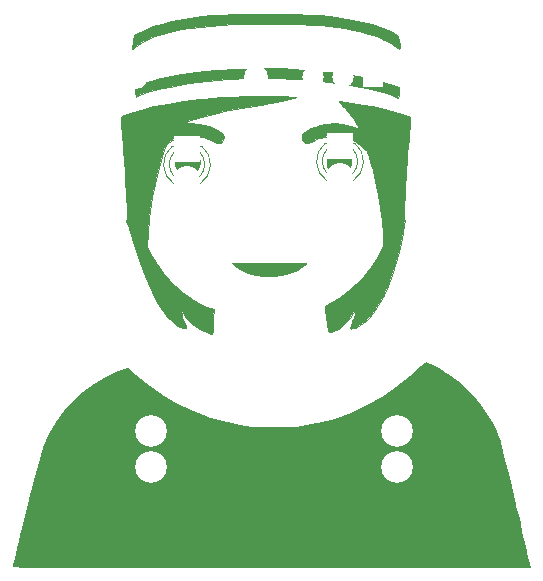
<source format=gbr>
G04 #@! TF.FileFunction,Legend,Top*
%FSLAX46Y46*%
G04 Gerber Fmt 4.6, Leading zero omitted, Abs format (unit mm)*
G04 Created by KiCad (PCBNEW 4.0.7) date 09/18/18 22:56:12*
%MOMM*%
%LPD*%
G01*
G04 APERTURE LIST*
%ADD10C,0.100000*%
%ADD11C,0.120000*%
%ADD12C,0.010000*%
%ADD13C,2.686000*%
%ADD14R,2.200000X2.200000*%
%ADD15C,2.200000*%
%ADD16C,2.000000*%
%ADD17O,2.000000X2.000000*%
%ADD18R,1.797000X1.797000*%
%ADD19C,1.797000*%
G04 APERTURE END LIST*
D10*
D11*
X62292608Y-106066335D02*
G75*
G03X62449516Y-102834000I-1078608J1672335D01*
G01*
X60135392Y-106066335D02*
G75*
G02X59978484Y-102834000I1078608J1672335D01*
G01*
X62293837Y-105435130D02*
G75*
G03X62294000Y-103353039I-1079837J1041130D01*
G01*
X60134163Y-105435130D02*
G75*
G02X60134000Y-103353039I1079837J1041130D01*
G01*
X62450000Y-102834000D02*
X62294000Y-102834000D01*
X60134000Y-102834000D02*
X59978000Y-102834000D01*
X75246608Y-105812335D02*
G75*
G03X75403516Y-102580000I-1078608J1672335D01*
G01*
X73089392Y-105812335D02*
G75*
G02X72932484Y-102580000I1078608J1672335D01*
G01*
X75247837Y-105181130D02*
G75*
G03X75248000Y-103099039I-1079837J1041130D01*
G01*
X73088163Y-105181130D02*
G75*
G02X73088000Y-103099039I1079837J1041130D01*
G01*
X75404000Y-102580000D02*
X75248000Y-102580000D01*
X73088000Y-102580000D02*
X72932000Y-102580000D01*
D12*
G36*
X81536096Y-121189510D02*
X81738212Y-121276082D01*
X82003611Y-121405777D01*
X82309992Y-121566656D01*
X82635051Y-121746779D01*
X82956487Y-121934207D01*
X83251997Y-122117002D01*
X83426322Y-122232268D01*
X84354511Y-122942729D01*
X85200603Y-123743253D01*
X85957117Y-124623964D01*
X86616572Y-125574983D01*
X87171488Y-126586432D01*
X87614386Y-127648433D01*
X87685963Y-127857250D01*
X87730617Y-128010086D01*
X87801370Y-128275757D01*
X87895558Y-128643395D01*
X88010518Y-129102134D01*
X88143584Y-129641110D01*
X88292092Y-130249455D01*
X88453378Y-130916303D01*
X88624778Y-131630788D01*
X88803627Y-132382045D01*
X88987260Y-133159208D01*
X89017206Y-133286500D01*
X89197822Y-134054579D01*
X89370748Y-134789656D01*
X89533677Y-135481940D01*
X89684303Y-136121643D01*
X89820317Y-136698976D01*
X89939414Y-137204152D01*
X90039286Y-137627381D01*
X90117625Y-137958875D01*
X90172126Y-138188844D01*
X90200481Y-138307502D01*
X90203276Y-138318875D01*
X90247267Y-138493500D01*
X68364633Y-138493500D01*
X66372229Y-138493460D01*
X64502966Y-138493330D01*
X62752987Y-138493093D01*
X61118434Y-138492730D01*
X59595448Y-138492226D01*
X58180171Y-138491563D01*
X56868746Y-138490723D01*
X55657314Y-138489689D01*
X54542017Y-138488445D01*
X53518997Y-138486973D01*
X52584396Y-138485256D01*
X51734355Y-138483277D01*
X50965017Y-138481018D01*
X50272523Y-138478462D01*
X49653016Y-138475592D01*
X49102637Y-138472392D01*
X48617528Y-138468843D01*
X48193832Y-138464929D01*
X47827689Y-138460632D01*
X47515241Y-138455935D01*
X47252632Y-138450821D01*
X47036002Y-138445273D01*
X46861493Y-138439273D01*
X46725248Y-138432805D01*
X46623408Y-138425852D01*
X46552115Y-138418395D01*
X46507510Y-138410418D01*
X46485737Y-138401904D01*
X46482000Y-138396003D01*
X46497655Y-138299826D01*
X46542658Y-138092347D01*
X46614062Y-137785088D01*
X46708921Y-137389572D01*
X46824291Y-136917323D01*
X46957224Y-136379863D01*
X47104775Y-135788716D01*
X47263998Y-135155404D01*
X47431948Y-134491450D01*
X47605678Y-133808378D01*
X47782243Y-133117711D01*
X47958696Y-132430972D01*
X48132093Y-131759682D01*
X48299487Y-131115367D01*
X48457932Y-130509548D01*
X48604482Y-129953749D01*
X48736192Y-129459493D01*
X48850116Y-129038303D01*
X48943308Y-128701701D01*
X49012822Y-128461211D01*
X49055712Y-128328356D01*
X49055891Y-128327888D01*
X49531646Y-127254156D01*
X50112099Y-126243958D01*
X50789890Y-125304555D01*
X51557654Y-124443203D01*
X52408032Y-123667163D01*
X53333659Y-122983693D01*
X54327175Y-122400052D01*
X55381217Y-121923497D01*
X55655203Y-121821269D01*
X56224157Y-121617808D01*
X56766453Y-122113435D01*
X57912250Y-123076179D01*
X59123245Y-123930179D01*
X60397461Y-124674470D01*
X61732924Y-125308087D01*
X63127658Y-125830068D01*
X64579687Y-126239447D01*
X65694851Y-126470199D01*
X66001949Y-126523103D01*
X66266987Y-126564418D01*
X66512543Y-126595581D01*
X66761194Y-126618028D01*
X67035517Y-126633194D01*
X67358090Y-126642517D01*
X67751490Y-126647431D01*
X68238295Y-126649373D01*
X68516500Y-126649675D01*
X69144802Y-126647750D01*
X69672115Y-126639531D01*
X70124393Y-126622569D01*
X70527588Y-126594420D01*
X70907653Y-126552637D01*
X71290540Y-126494773D01*
X71702204Y-126418383D01*
X72168596Y-126321021D01*
X72294750Y-126293563D01*
X73717408Y-125917576D01*
X75098885Y-125422679D01*
X76433756Y-124811822D01*
X77716601Y-124087956D01*
X78941999Y-123254032D01*
X80104526Y-122313001D01*
X80809317Y-121659536D01*
X81023290Y-121458536D01*
X81211913Y-121295923D01*
X81352989Y-121189941D01*
X81419566Y-121158000D01*
X81536096Y-121189510D01*
X81536096Y-121189510D01*
G37*
X81536096Y-121189510D02*
X81738212Y-121276082D01*
X82003611Y-121405777D01*
X82309992Y-121566656D01*
X82635051Y-121746779D01*
X82956487Y-121934207D01*
X83251997Y-122117002D01*
X83426322Y-122232268D01*
X84354511Y-122942729D01*
X85200603Y-123743253D01*
X85957117Y-124623964D01*
X86616572Y-125574983D01*
X87171488Y-126586432D01*
X87614386Y-127648433D01*
X87685963Y-127857250D01*
X87730617Y-128010086D01*
X87801370Y-128275757D01*
X87895558Y-128643395D01*
X88010518Y-129102134D01*
X88143584Y-129641110D01*
X88292092Y-130249455D01*
X88453378Y-130916303D01*
X88624778Y-131630788D01*
X88803627Y-132382045D01*
X88987260Y-133159208D01*
X89017206Y-133286500D01*
X89197822Y-134054579D01*
X89370748Y-134789656D01*
X89533677Y-135481940D01*
X89684303Y-136121643D01*
X89820317Y-136698976D01*
X89939414Y-137204152D01*
X90039286Y-137627381D01*
X90117625Y-137958875D01*
X90172126Y-138188844D01*
X90200481Y-138307502D01*
X90203276Y-138318875D01*
X90247267Y-138493500D01*
X68364633Y-138493500D01*
X66372229Y-138493460D01*
X64502966Y-138493330D01*
X62752987Y-138493093D01*
X61118434Y-138492730D01*
X59595448Y-138492226D01*
X58180171Y-138491563D01*
X56868746Y-138490723D01*
X55657314Y-138489689D01*
X54542017Y-138488445D01*
X53518997Y-138486973D01*
X52584396Y-138485256D01*
X51734355Y-138483277D01*
X50965017Y-138481018D01*
X50272523Y-138478462D01*
X49653016Y-138475592D01*
X49102637Y-138472392D01*
X48617528Y-138468843D01*
X48193832Y-138464929D01*
X47827689Y-138460632D01*
X47515241Y-138455935D01*
X47252632Y-138450821D01*
X47036002Y-138445273D01*
X46861493Y-138439273D01*
X46725248Y-138432805D01*
X46623408Y-138425852D01*
X46552115Y-138418395D01*
X46507510Y-138410418D01*
X46485737Y-138401904D01*
X46482000Y-138396003D01*
X46497655Y-138299826D01*
X46542658Y-138092347D01*
X46614062Y-137785088D01*
X46708921Y-137389572D01*
X46824291Y-136917323D01*
X46957224Y-136379863D01*
X47104775Y-135788716D01*
X47263998Y-135155404D01*
X47431948Y-134491450D01*
X47605678Y-133808378D01*
X47782243Y-133117711D01*
X47958696Y-132430972D01*
X48132093Y-131759682D01*
X48299487Y-131115367D01*
X48457932Y-130509548D01*
X48604482Y-129953749D01*
X48736192Y-129459493D01*
X48850116Y-129038303D01*
X48943308Y-128701701D01*
X49012822Y-128461211D01*
X49055712Y-128328356D01*
X49055891Y-128327888D01*
X49531646Y-127254156D01*
X50112099Y-126243958D01*
X50789890Y-125304555D01*
X51557654Y-124443203D01*
X52408032Y-123667163D01*
X53333659Y-122983693D01*
X54327175Y-122400052D01*
X55381217Y-121923497D01*
X55655203Y-121821269D01*
X56224157Y-121617808D01*
X56766453Y-122113435D01*
X57912250Y-123076179D01*
X59123245Y-123930179D01*
X60397461Y-124674470D01*
X61732924Y-125308087D01*
X63127658Y-125830068D01*
X64579687Y-126239447D01*
X65694851Y-126470199D01*
X66001949Y-126523103D01*
X66266987Y-126564418D01*
X66512543Y-126595581D01*
X66761194Y-126618028D01*
X67035517Y-126633194D01*
X67358090Y-126642517D01*
X67751490Y-126647431D01*
X68238295Y-126649373D01*
X68516500Y-126649675D01*
X69144802Y-126647750D01*
X69672115Y-126639531D01*
X70124393Y-126622569D01*
X70527588Y-126594420D01*
X70907653Y-126552637D01*
X71290540Y-126494773D01*
X71702204Y-126418383D01*
X72168596Y-126321021D01*
X72294750Y-126293563D01*
X73717408Y-125917576D01*
X75098885Y-125422679D01*
X76433756Y-124811822D01*
X77716601Y-124087956D01*
X78941999Y-123254032D01*
X80104526Y-122313001D01*
X80809317Y-121659536D01*
X81023290Y-121458536D01*
X81211913Y-121295923D01*
X81352989Y-121189941D01*
X81419566Y-121158000D01*
X81536096Y-121189510D01*
G36*
X68716426Y-98630440D02*
X69198512Y-98635788D01*
X69622531Y-98644310D01*
X69975189Y-98656056D01*
X70243187Y-98671075D01*
X70413232Y-98689416D01*
X70472026Y-98711128D01*
X70469742Y-98715424D01*
X70379437Y-98756193D01*
X70182755Y-98814144D01*
X69898537Y-98885255D01*
X69545625Y-98965504D01*
X69142859Y-99050868D01*
X68709079Y-99137325D01*
X68263127Y-99220852D01*
X67823844Y-99297426D01*
X67500500Y-99349349D01*
X66340353Y-99535421D01*
X65295306Y-99720253D01*
X64353514Y-99906369D01*
X63503132Y-100096293D01*
X62732315Y-100292548D01*
X62029218Y-100497657D01*
X61863691Y-100550274D01*
X61459785Y-100681468D01*
X61172611Y-100778650D01*
X60998071Y-100846924D01*
X60932071Y-100891392D01*
X60970514Y-100917159D01*
X61109306Y-100929327D01*
X61344350Y-100933000D01*
X61556339Y-100933250D01*
X62122613Y-100956123D01*
X62617992Y-101032349D01*
X63091452Y-101173332D01*
X63591972Y-101390480D01*
X63656512Y-101422364D01*
X63961820Y-101587863D01*
X64163103Y-101733160D01*
X64277680Y-101875543D01*
X64322865Y-102032297D01*
X64325500Y-102090205D01*
X64279019Y-102290287D01*
X64161190Y-102469736D01*
X64004435Y-102589166D01*
X63892676Y-102616000D01*
X63783827Y-102590000D01*
X63593868Y-102520365D01*
X63355589Y-102419639D01*
X63232887Y-102363560D01*
X62569022Y-102101765D01*
X61942035Y-101958350D01*
X61343432Y-101933074D01*
X60764724Y-102025697D01*
X60197419Y-102235977D01*
X60117408Y-102275305D01*
X59826847Y-102429277D01*
X59618078Y-102566805D01*
X59467774Y-102716694D01*
X59352610Y-102907747D01*
X59249262Y-103168767D01*
X59153925Y-103465079D01*
X58645867Y-105307966D01*
X58263835Y-107136663D01*
X58007718Y-108951765D01*
X57905561Y-110176311D01*
X57834951Y-111354872D01*
X58103713Y-111890811D01*
X58639225Y-112828155D01*
X59266647Y-113694486D01*
X59976342Y-114480691D01*
X60758668Y-115177656D01*
X61603985Y-115776269D01*
X62502655Y-116267417D01*
X62931915Y-116454995D01*
X63469501Y-116671864D01*
X63451837Y-117375057D01*
X63435887Y-117837693D01*
X63413895Y-118216331D01*
X63386882Y-118500307D01*
X63355871Y-118678955D01*
X63321885Y-118741611D01*
X63320805Y-118741585D01*
X63241276Y-118721740D01*
X63080238Y-118673962D01*
X62926704Y-118625813D01*
X62390195Y-118403734D01*
X61887508Y-118099577D01*
X61442357Y-117732663D01*
X61078457Y-117322314D01*
X60835302Y-116921950D01*
X60748062Y-116748539D01*
X60682455Y-116637612D01*
X60657119Y-116613714D01*
X60657426Y-116688241D01*
X60692121Y-116852499D01*
X60752675Y-117076688D01*
X60830562Y-117331009D01*
X60917253Y-117585663D01*
X60989553Y-117775363D01*
X61089472Y-118029303D01*
X61136701Y-118186168D01*
X61129460Y-118265232D01*
X61065966Y-118285769D01*
X60944440Y-118267053D01*
X60944125Y-118266986D01*
X60574463Y-118132424D01*
X60180779Y-117878982D01*
X59760236Y-117504728D01*
X59636928Y-117377647D01*
X59192538Y-116841472D01*
X58751680Y-116178652D01*
X58314491Y-115389496D01*
X57881106Y-114474315D01*
X57451663Y-113433418D01*
X57026296Y-112267114D01*
X56605142Y-110975714D01*
X56188336Y-109559526D01*
X56165226Y-109476891D01*
X56087486Y-109184929D01*
X56045157Y-108979509D01*
X56034496Y-108826362D01*
X56051754Y-108691218D01*
X56071011Y-108614921D01*
X56083485Y-108554057D01*
X56092248Y-108468072D01*
X56096886Y-108349827D01*
X56096984Y-108192182D01*
X56092128Y-107987996D01*
X56081902Y-107730128D01*
X56065893Y-107411439D01*
X56043686Y-107024789D01*
X56014866Y-106563037D01*
X55979018Y-106019042D01*
X55935727Y-105385665D01*
X55884581Y-104655765D01*
X55825162Y-103822202D01*
X55757058Y-102877836D01*
X55679852Y-101815527D01*
X55661821Y-101568250D01*
X55632426Y-101114095D01*
X55617274Y-100757028D01*
X55616532Y-100505719D01*
X55630364Y-100368837D01*
X55638692Y-100349550D01*
X55720611Y-100299997D01*
X55896530Y-100223650D01*
X56139226Y-100131575D01*
X56376849Y-100049488D01*
X57356456Y-99757748D01*
X58450004Y-99492179D01*
X59646768Y-99254716D01*
X60936024Y-99047296D01*
X62307045Y-98871854D01*
X63627000Y-98740734D01*
X63958477Y-98717042D01*
X64364848Y-98696034D01*
X64832814Y-98677757D01*
X65349081Y-98662261D01*
X65900353Y-98649595D01*
X66473334Y-98639809D01*
X67054727Y-98632951D01*
X67631238Y-98629070D01*
X68189569Y-98628217D01*
X68716426Y-98630440D01*
X68716426Y-98630440D01*
G37*
X68716426Y-98630440D02*
X69198512Y-98635788D01*
X69622531Y-98644310D01*
X69975189Y-98656056D01*
X70243187Y-98671075D01*
X70413232Y-98689416D01*
X70472026Y-98711128D01*
X70469742Y-98715424D01*
X70379437Y-98756193D01*
X70182755Y-98814144D01*
X69898537Y-98885255D01*
X69545625Y-98965504D01*
X69142859Y-99050868D01*
X68709079Y-99137325D01*
X68263127Y-99220852D01*
X67823844Y-99297426D01*
X67500500Y-99349349D01*
X66340353Y-99535421D01*
X65295306Y-99720253D01*
X64353514Y-99906369D01*
X63503132Y-100096293D01*
X62732315Y-100292548D01*
X62029218Y-100497657D01*
X61863691Y-100550274D01*
X61459785Y-100681468D01*
X61172611Y-100778650D01*
X60998071Y-100846924D01*
X60932071Y-100891392D01*
X60970514Y-100917159D01*
X61109306Y-100929327D01*
X61344350Y-100933000D01*
X61556339Y-100933250D01*
X62122613Y-100956123D01*
X62617992Y-101032349D01*
X63091452Y-101173332D01*
X63591972Y-101390480D01*
X63656512Y-101422364D01*
X63961820Y-101587863D01*
X64163103Y-101733160D01*
X64277680Y-101875543D01*
X64322865Y-102032297D01*
X64325500Y-102090205D01*
X64279019Y-102290287D01*
X64161190Y-102469736D01*
X64004435Y-102589166D01*
X63892676Y-102616000D01*
X63783827Y-102590000D01*
X63593868Y-102520365D01*
X63355589Y-102419639D01*
X63232887Y-102363560D01*
X62569022Y-102101765D01*
X61942035Y-101958350D01*
X61343432Y-101933074D01*
X60764724Y-102025697D01*
X60197419Y-102235977D01*
X60117408Y-102275305D01*
X59826847Y-102429277D01*
X59618078Y-102566805D01*
X59467774Y-102716694D01*
X59352610Y-102907747D01*
X59249262Y-103168767D01*
X59153925Y-103465079D01*
X58645867Y-105307966D01*
X58263835Y-107136663D01*
X58007718Y-108951765D01*
X57905561Y-110176311D01*
X57834951Y-111354872D01*
X58103713Y-111890811D01*
X58639225Y-112828155D01*
X59266647Y-113694486D01*
X59976342Y-114480691D01*
X60758668Y-115177656D01*
X61603985Y-115776269D01*
X62502655Y-116267417D01*
X62931915Y-116454995D01*
X63469501Y-116671864D01*
X63451837Y-117375057D01*
X63435887Y-117837693D01*
X63413895Y-118216331D01*
X63386882Y-118500307D01*
X63355871Y-118678955D01*
X63321885Y-118741611D01*
X63320805Y-118741585D01*
X63241276Y-118721740D01*
X63080238Y-118673962D01*
X62926704Y-118625813D01*
X62390195Y-118403734D01*
X61887508Y-118099577D01*
X61442357Y-117732663D01*
X61078457Y-117322314D01*
X60835302Y-116921950D01*
X60748062Y-116748539D01*
X60682455Y-116637612D01*
X60657119Y-116613714D01*
X60657426Y-116688241D01*
X60692121Y-116852499D01*
X60752675Y-117076688D01*
X60830562Y-117331009D01*
X60917253Y-117585663D01*
X60989553Y-117775363D01*
X61089472Y-118029303D01*
X61136701Y-118186168D01*
X61129460Y-118265232D01*
X61065966Y-118285769D01*
X60944440Y-118267053D01*
X60944125Y-118266986D01*
X60574463Y-118132424D01*
X60180779Y-117878982D01*
X59760236Y-117504728D01*
X59636928Y-117377647D01*
X59192538Y-116841472D01*
X58751680Y-116178652D01*
X58314491Y-115389496D01*
X57881106Y-114474315D01*
X57451663Y-113433418D01*
X57026296Y-112267114D01*
X56605142Y-110975714D01*
X56188336Y-109559526D01*
X56165226Y-109476891D01*
X56087486Y-109184929D01*
X56045157Y-108979509D01*
X56034496Y-108826362D01*
X56051754Y-108691218D01*
X56071011Y-108614921D01*
X56083485Y-108554057D01*
X56092248Y-108468072D01*
X56096886Y-108349827D01*
X56096984Y-108192182D01*
X56092128Y-107987996D01*
X56081902Y-107730128D01*
X56065893Y-107411439D01*
X56043686Y-107024789D01*
X56014866Y-106563037D01*
X55979018Y-106019042D01*
X55935727Y-105385665D01*
X55884581Y-104655765D01*
X55825162Y-103822202D01*
X55757058Y-102877836D01*
X55679852Y-101815527D01*
X55661821Y-101568250D01*
X55632426Y-101114095D01*
X55617274Y-100757028D01*
X55616532Y-100505719D01*
X55630364Y-100368837D01*
X55638692Y-100349550D01*
X55720611Y-100299997D01*
X55896530Y-100223650D01*
X56139226Y-100131575D01*
X56376849Y-100049488D01*
X57356456Y-99757748D01*
X58450004Y-99492179D01*
X59646768Y-99254716D01*
X60936024Y-99047296D01*
X62307045Y-98871854D01*
X63627000Y-98740734D01*
X63958477Y-98717042D01*
X64364848Y-98696034D01*
X64832814Y-98677757D01*
X65349081Y-98662261D01*
X65900353Y-98649595D01*
X66473334Y-98639809D01*
X67054727Y-98632951D01*
X67631238Y-98629070D01*
X68189569Y-98628217D01*
X68716426Y-98630440D01*
G36*
X74113819Y-99034280D02*
X74228640Y-99051252D01*
X74442162Y-99082412D01*
X74727387Y-99123836D01*
X75057315Y-99171596D01*
X75184000Y-99189897D01*
X76102962Y-99330229D01*
X76912653Y-99471077D01*
X77630754Y-99616492D01*
X78274944Y-99770523D01*
X78862904Y-99937220D01*
X79412313Y-100120635D01*
X79674989Y-100218680D01*
X79911414Y-100316100D01*
X80097633Y-100404339D01*
X80205036Y-100469340D01*
X80219755Y-100486316D01*
X80219575Y-100560524D01*
X80210754Y-100749447D01*
X80194061Y-101041151D01*
X80170267Y-101423700D01*
X80140142Y-101885159D01*
X80104457Y-102413593D01*
X80063982Y-102997067D01*
X80019487Y-103623645D01*
X79998267Y-103917750D01*
X79949954Y-104596311D01*
X79903895Y-105266643D01*
X79861107Y-105912301D01*
X79822610Y-106516838D01*
X79789424Y-107063810D01*
X79762565Y-107536772D01*
X79743054Y-107919277D01*
X79731908Y-108194881D01*
X79730772Y-108235750D01*
X79711795Y-108719062D01*
X79676763Y-109144501D01*
X79619282Y-109567409D01*
X79532958Y-110043127D01*
X79506995Y-110172500D01*
X79218234Y-111476291D01*
X78904776Y-112673027D01*
X78567653Y-113760496D01*
X78207898Y-114736486D01*
X77826545Y-115598784D01*
X77424625Y-116345178D01*
X77003172Y-116973456D01*
X76563218Y-117481405D01*
X76105795Y-117866813D01*
X75839243Y-118029967D01*
X75627673Y-118130065D01*
X75407311Y-118214886D01*
X75208263Y-118275452D01*
X75060636Y-118302784D01*
X74994536Y-118287904D01*
X74993500Y-118282189D01*
X75014920Y-118212614D01*
X75072447Y-118052448D01*
X75155982Y-117829394D01*
X75210202Y-117687747D01*
X75312007Y-117407911D01*
X75398509Y-117141340D01*
X75456037Y-116931304D01*
X75468045Y-116871750D01*
X75509187Y-116617750D01*
X75298968Y-116995197D01*
X74989787Y-117443629D01*
X74591064Y-117860492D01*
X74140196Y-118210231D01*
X73837870Y-118384239D01*
X73607224Y-118492745D01*
X73412454Y-118574476D01*
X73287171Y-118615627D01*
X73268712Y-118618000D01*
X73229417Y-118593149D01*
X73191314Y-118508853D01*
X73151077Y-118350497D01*
X73105378Y-118103467D01*
X73050892Y-117753148D01*
X73014672Y-117501959D01*
X72880522Y-116554250D01*
X75501500Y-116554250D01*
X75533250Y-116586000D01*
X75565000Y-116554250D01*
X75533250Y-116522500D01*
X75501500Y-116554250D01*
X72880522Y-116554250D01*
X72856694Y-116385919D01*
X73305972Y-116159875D01*
X74094194Y-115705787D01*
X74854938Y-115148017D01*
X75539905Y-114537714D01*
X76212868Y-113827715D01*
X76784863Y-113089463D01*
X77281758Y-112288258D01*
X77444919Y-111982250D01*
X77803351Y-111283750D01*
X77768635Y-110236000D01*
X77705139Y-109214509D01*
X77579155Y-108131010D01*
X77388406Y-106968138D01*
X77244089Y-106235500D01*
X77150291Y-105803988D01*
X77045621Y-105355051D01*
X76935013Y-104906778D01*
X76823402Y-104477261D01*
X76715723Y-104084589D01*
X76616911Y-103746855D01*
X76531899Y-103482147D01*
X76465624Y-103308558D01*
X76428908Y-103247043D01*
X76350960Y-103181945D01*
X76204329Y-103056574D01*
X76016066Y-102894105D01*
X75946000Y-102833334D01*
X75404937Y-102435308D01*
X74829061Y-102146127D01*
X74233489Y-101971910D01*
X73686032Y-101918438D01*
X73314418Y-101951458D01*
X72881647Y-102044521D01*
X72431261Y-102185787D01*
X72006804Y-102363418D01*
X71954346Y-102389295D01*
X71676462Y-102521747D01*
X71477855Y-102591624D01*
X71329196Y-102602177D01*
X71201154Y-102556659D01*
X71096813Y-102484391D01*
X70967231Y-102307558D01*
X70922880Y-102071483D01*
X70969330Y-101824089D01*
X71049486Y-101740192D01*
X71223563Y-101625779D01*
X71466092Y-101493630D01*
X71751602Y-101356525D01*
X72054624Y-101227243D01*
X72349687Y-101118565D01*
X72421750Y-101095325D01*
X73059504Y-100956660D01*
X73732866Y-100918370D01*
X74407394Y-100978587D01*
X75048643Y-101135444D01*
X75357235Y-101254462D01*
X75547862Y-101332417D01*
X75687633Y-101377717D01*
X75740811Y-101381854D01*
X75729515Y-101311290D01*
X75660178Y-101161247D01*
X75547424Y-100956406D01*
X75405875Y-100721447D01*
X75250156Y-100481049D01*
X75094889Y-100259892D01*
X75011542Y-100151085D01*
X74818990Y-99921429D01*
X74584521Y-99657630D01*
X74356898Y-99414464D01*
X74343744Y-99400927D01*
X74165357Y-99213112D01*
X74070656Y-99098374D01*
X74050868Y-99042728D01*
X74097223Y-99032183D01*
X74113819Y-99034280D01*
X74113819Y-99034280D01*
G37*
X74113819Y-99034280D02*
X74228640Y-99051252D01*
X74442162Y-99082412D01*
X74727387Y-99123836D01*
X75057315Y-99171596D01*
X75184000Y-99189897D01*
X76102962Y-99330229D01*
X76912653Y-99471077D01*
X77630754Y-99616492D01*
X78274944Y-99770523D01*
X78862904Y-99937220D01*
X79412313Y-100120635D01*
X79674989Y-100218680D01*
X79911414Y-100316100D01*
X80097633Y-100404339D01*
X80205036Y-100469340D01*
X80219755Y-100486316D01*
X80219575Y-100560524D01*
X80210754Y-100749447D01*
X80194061Y-101041151D01*
X80170267Y-101423700D01*
X80140142Y-101885159D01*
X80104457Y-102413593D01*
X80063982Y-102997067D01*
X80019487Y-103623645D01*
X79998267Y-103917750D01*
X79949954Y-104596311D01*
X79903895Y-105266643D01*
X79861107Y-105912301D01*
X79822610Y-106516838D01*
X79789424Y-107063810D01*
X79762565Y-107536772D01*
X79743054Y-107919277D01*
X79731908Y-108194881D01*
X79730772Y-108235750D01*
X79711795Y-108719062D01*
X79676763Y-109144501D01*
X79619282Y-109567409D01*
X79532958Y-110043127D01*
X79506995Y-110172500D01*
X79218234Y-111476291D01*
X78904776Y-112673027D01*
X78567653Y-113760496D01*
X78207898Y-114736486D01*
X77826545Y-115598784D01*
X77424625Y-116345178D01*
X77003172Y-116973456D01*
X76563218Y-117481405D01*
X76105795Y-117866813D01*
X75839243Y-118029967D01*
X75627673Y-118130065D01*
X75407311Y-118214886D01*
X75208263Y-118275452D01*
X75060636Y-118302784D01*
X74994536Y-118287904D01*
X74993500Y-118282189D01*
X75014920Y-118212614D01*
X75072447Y-118052448D01*
X75155982Y-117829394D01*
X75210202Y-117687747D01*
X75312007Y-117407911D01*
X75398509Y-117141340D01*
X75456037Y-116931304D01*
X75468045Y-116871750D01*
X75509187Y-116617750D01*
X75298968Y-116995197D01*
X74989787Y-117443629D01*
X74591064Y-117860492D01*
X74140196Y-118210231D01*
X73837870Y-118384239D01*
X73607224Y-118492745D01*
X73412454Y-118574476D01*
X73287171Y-118615627D01*
X73268712Y-118618000D01*
X73229417Y-118593149D01*
X73191314Y-118508853D01*
X73151077Y-118350497D01*
X73105378Y-118103467D01*
X73050892Y-117753148D01*
X73014672Y-117501959D01*
X72880522Y-116554250D01*
X75501500Y-116554250D01*
X75533250Y-116586000D01*
X75565000Y-116554250D01*
X75533250Y-116522500D01*
X75501500Y-116554250D01*
X72880522Y-116554250D01*
X72856694Y-116385919D01*
X73305972Y-116159875D01*
X74094194Y-115705787D01*
X74854938Y-115148017D01*
X75539905Y-114537714D01*
X76212868Y-113827715D01*
X76784863Y-113089463D01*
X77281758Y-112288258D01*
X77444919Y-111982250D01*
X77803351Y-111283750D01*
X77768635Y-110236000D01*
X77705139Y-109214509D01*
X77579155Y-108131010D01*
X77388406Y-106968138D01*
X77244089Y-106235500D01*
X77150291Y-105803988D01*
X77045621Y-105355051D01*
X76935013Y-104906778D01*
X76823402Y-104477261D01*
X76715723Y-104084589D01*
X76616911Y-103746855D01*
X76531899Y-103482147D01*
X76465624Y-103308558D01*
X76428908Y-103247043D01*
X76350960Y-103181945D01*
X76204329Y-103056574D01*
X76016066Y-102894105D01*
X75946000Y-102833334D01*
X75404937Y-102435308D01*
X74829061Y-102146127D01*
X74233489Y-101971910D01*
X73686032Y-101918438D01*
X73314418Y-101951458D01*
X72881647Y-102044521D01*
X72431261Y-102185787D01*
X72006804Y-102363418D01*
X71954346Y-102389295D01*
X71676462Y-102521747D01*
X71477855Y-102591624D01*
X71329196Y-102602177D01*
X71201154Y-102556659D01*
X71096813Y-102484391D01*
X70967231Y-102307558D01*
X70922880Y-102071483D01*
X70969330Y-101824089D01*
X71049486Y-101740192D01*
X71223563Y-101625779D01*
X71466092Y-101493630D01*
X71751602Y-101356525D01*
X72054624Y-101227243D01*
X72349687Y-101118565D01*
X72421750Y-101095325D01*
X73059504Y-100956660D01*
X73732866Y-100918370D01*
X74407394Y-100978587D01*
X75048643Y-101135444D01*
X75357235Y-101254462D01*
X75547862Y-101332417D01*
X75687633Y-101377717D01*
X75740811Y-101381854D01*
X75729515Y-101311290D01*
X75660178Y-101161247D01*
X75547424Y-100956406D01*
X75405875Y-100721447D01*
X75250156Y-100481049D01*
X75094889Y-100259892D01*
X75011542Y-100151085D01*
X74818990Y-99921429D01*
X74584521Y-99657630D01*
X74356898Y-99414464D01*
X74343744Y-99400927D01*
X74165357Y-99213112D01*
X74070656Y-99098374D01*
X74050868Y-99042728D01*
X74097223Y-99032183D01*
X74113819Y-99034280D01*
G36*
X61618130Y-103255221D02*
X61894271Y-103404727D01*
X62028865Y-103537652D01*
X62211145Y-103858855D01*
X62276947Y-104196505D01*
X62226389Y-104529129D01*
X62059589Y-104835253D01*
X62021484Y-104881066D01*
X61736707Y-105132128D01*
X61432286Y-105257828D01*
X61106331Y-105258556D01*
X60767592Y-105140125D01*
X60476637Y-104931897D01*
X60285300Y-104665961D01*
X60194392Y-104364396D01*
X60204727Y-104049285D01*
X60317118Y-103742711D01*
X60532378Y-103466754D01*
X60701026Y-103331886D01*
X60982839Y-103212808D01*
X61301430Y-103189251D01*
X61618130Y-103255221D01*
X61618130Y-103255221D01*
G37*
X61618130Y-103255221D02*
X61894271Y-103404727D01*
X62028865Y-103537652D01*
X62211145Y-103858855D01*
X62276947Y-104196505D01*
X62226389Y-104529129D01*
X62059589Y-104835253D01*
X62021484Y-104881066D01*
X61736707Y-105132128D01*
X61432286Y-105257828D01*
X61106331Y-105258556D01*
X60767592Y-105140125D01*
X60476637Y-104931897D01*
X60285300Y-104665961D01*
X60194392Y-104364396D01*
X60204727Y-104049285D01*
X60317118Y-103742711D01*
X60532378Y-103466754D01*
X60701026Y-103331886D01*
X60982839Y-103212808D01*
X61301430Y-103189251D01*
X61618130Y-103255221D01*
G36*
X74344821Y-103219974D02*
X74662481Y-103369525D01*
X74933306Y-103630040D01*
X74981733Y-103697011D01*
X75070870Y-103854183D01*
X75109474Y-104014544D01*
X75109351Y-104233770D01*
X75106131Y-104283728D01*
X75048016Y-104616922D01*
X74914410Y-104866294D01*
X74685562Y-105062134D01*
X74547702Y-105140125D01*
X74216350Y-105259682D01*
X73906502Y-105261828D01*
X73690569Y-105194508D01*
X73467240Y-105048080D01*
X73260375Y-104829798D01*
X73107146Y-104584666D01*
X73051665Y-104420982D01*
X73048308Y-104099845D01*
X73143703Y-103784910D01*
X73320094Y-103510946D01*
X73559725Y-103312724D01*
X73636872Y-103275055D01*
X73997295Y-103186709D01*
X74344821Y-103219974D01*
X74344821Y-103219974D01*
G37*
X74344821Y-103219974D02*
X74662481Y-103369525D01*
X74933306Y-103630040D01*
X74981733Y-103697011D01*
X75070870Y-103854183D01*
X75109474Y-104014544D01*
X75109351Y-104233770D01*
X75106131Y-104283728D01*
X75048016Y-104616922D01*
X74914410Y-104866294D01*
X74685562Y-105062134D01*
X74547702Y-105140125D01*
X74216350Y-105259682D01*
X73906502Y-105261828D01*
X73690569Y-105194508D01*
X73467240Y-105048080D01*
X73260375Y-104829798D01*
X73107146Y-104584666D01*
X73051665Y-104420982D01*
X73048308Y-104099845D01*
X73143703Y-103784910D01*
X73320094Y-103510946D01*
X73559725Y-103312724D01*
X73636872Y-103275055D01*
X73997295Y-103186709D01*
X74344821Y-103219974D01*
G36*
X69238444Y-96269789D02*
X71155403Y-96378023D01*
X73082750Y-96562704D01*
X73279000Y-96585813D01*
X74536190Y-96751353D01*
X75669993Y-96932124D01*
X76683170Y-97128684D01*
X77578482Y-97341591D01*
X78358692Y-97571403D01*
X78641067Y-97668873D01*
X79184500Y-97865510D01*
X79180840Y-98097630D01*
X79164938Y-98331181D01*
X79133215Y-98553683D01*
X79089250Y-98777616D01*
X78771750Y-98626065D01*
X78322209Y-98439351D01*
X77769021Y-98256104D01*
X77135491Y-98083264D01*
X76444925Y-97927774D01*
X76390500Y-97916809D01*
X74525607Y-97592490D01*
X72585914Y-97347173D01*
X70596943Y-97181986D01*
X68584219Y-97098059D01*
X66573265Y-97096522D01*
X64589605Y-97178504D01*
X62896750Y-97319598D01*
X62138694Y-97409999D01*
X61358045Y-97524083D01*
X60575860Y-97657470D01*
X59813197Y-97805777D01*
X59091113Y-97964624D01*
X58430665Y-98129628D01*
X57852910Y-98296409D01*
X57378906Y-98460585D01*
X57340500Y-98475702D01*
X56864250Y-98665513D01*
X56815647Y-98247983D01*
X56794565Y-97999934D01*
X56803624Y-97852231D01*
X56844408Y-97781473D01*
X56847397Y-97779480D01*
X56967442Y-97724539D01*
X57183882Y-97645263D01*
X57470371Y-97549946D01*
X57800565Y-97446880D01*
X58148122Y-97344360D01*
X58486698Y-97250679D01*
X58705750Y-97194433D01*
X60278787Y-96855739D01*
X61942669Y-96590133D01*
X63683984Y-96398175D01*
X65489325Y-96280425D01*
X67345281Y-96237443D01*
X69238444Y-96269789D01*
X69238444Y-96269789D01*
G37*
X69238444Y-96269789D02*
X71155403Y-96378023D01*
X73082750Y-96562704D01*
X73279000Y-96585813D01*
X74536190Y-96751353D01*
X75669993Y-96932124D01*
X76683170Y-97128684D01*
X77578482Y-97341591D01*
X78358692Y-97571403D01*
X78641067Y-97668873D01*
X79184500Y-97865510D01*
X79180840Y-98097630D01*
X79164938Y-98331181D01*
X79133215Y-98553683D01*
X79089250Y-98777616D01*
X78771750Y-98626065D01*
X78322209Y-98439351D01*
X77769021Y-98256104D01*
X77135491Y-98083264D01*
X76444925Y-97927774D01*
X76390500Y-97916809D01*
X74525607Y-97592490D01*
X72585914Y-97347173D01*
X70596943Y-97181986D01*
X68584219Y-97098059D01*
X66573265Y-97096522D01*
X64589605Y-97178504D01*
X62896750Y-97319598D01*
X62138694Y-97409999D01*
X61358045Y-97524083D01*
X60575860Y-97657470D01*
X59813197Y-97805777D01*
X59091113Y-97964624D01*
X58430665Y-98129628D01*
X57852910Y-98296409D01*
X57378906Y-98460585D01*
X57340500Y-98475702D01*
X56864250Y-98665513D01*
X56815647Y-98247983D01*
X56794565Y-97999934D01*
X56803624Y-97852231D01*
X56844408Y-97781473D01*
X56847397Y-97779480D01*
X56967442Y-97724539D01*
X57183882Y-97645263D01*
X57470371Y-97549946D01*
X57800565Y-97446880D01*
X58148122Y-97344360D01*
X58486698Y-97250679D01*
X58705750Y-97194433D01*
X60278787Y-96855739D01*
X61942669Y-96590133D01*
X63683984Y-96398175D01*
X65489325Y-96280425D01*
X67345281Y-96237443D01*
X69238444Y-96269789D01*
G36*
X69477004Y-91646106D02*
X70529570Y-91675391D01*
X71526105Y-91719580D01*
X72443841Y-91778672D01*
X73260009Y-91852668D01*
X73310186Y-91858124D01*
X74262091Y-91982090D01*
X75179314Y-92139190D01*
X76046665Y-92325399D01*
X76848957Y-92536693D01*
X77570999Y-92769049D01*
X78197603Y-93018445D01*
X78713581Y-93280855D01*
X78739816Y-93296403D01*
X79086517Y-93503750D01*
X79163356Y-93948250D01*
X79217464Y-94268900D01*
X79243574Y-94476894D01*
X79235033Y-94584768D01*
X79185185Y-94605061D01*
X79087378Y-94550309D01*
X78934959Y-94433050D01*
X78914625Y-94416915D01*
X78473312Y-94118779D01*
X77922320Y-93833050D01*
X77278841Y-93566371D01*
X76560063Y-93325383D01*
X75783179Y-93116728D01*
X75247500Y-93000062D01*
X74583989Y-92877994D01*
X73918067Y-92775616D01*
X73231937Y-92691516D01*
X72507806Y-92624280D01*
X71727879Y-92572496D01*
X70874363Y-92534752D01*
X69929463Y-92509633D01*
X68897500Y-92495905D01*
X67533670Y-92492043D01*
X66286577Y-92503969D01*
X65146846Y-92532481D01*
X64105100Y-92578377D01*
X63151964Y-92642455D01*
X62278064Y-92725513D01*
X61474022Y-92828349D01*
X60730464Y-92951762D01*
X60038014Y-93096550D01*
X59387296Y-93263511D01*
X59182000Y-93323049D01*
X58743085Y-93469247D01*
X58284844Y-93648465D01*
X57834831Y-93847669D01*
X57420602Y-94053828D01*
X57069713Y-94253908D01*
X56809719Y-94434876D01*
X56781752Y-94458281D01*
X56629554Y-94585965D01*
X56552192Y-94635337D01*
X56530274Y-94613236D01*
X56540776Y-94543245D01*
X56566423Y-94406381D01*
X56603361Y-94189888D01*
X56643765Y-93939689D01*
X56645258Y-93930170D01*
X56717718Y-93467590D01*
X57044984Y-93279195D01*
X57621641Y-92991122D01*
X58311176Y-92723127D01*
X59100564Y-92478632D01*
X59976778Y-92261061D01*
X60926794Y-92073835D01*
X61937586Y-91920376D01*
X62452813Y-91858357D01*
X63260053Y-91783334D01*
X64170647Y-91723210D01*
X65161825Y-91677987D01*
X66210820Y-91647665D01*
X67294860Y-91632243D01*
X68391178Y-91631724D01*
X69477004Y-91646106D01*
X69477004Y-91646106D01*
G37*
X69477004Y-91646106D02*
X70529570Y-91675391D01*
X71526105Y-91719580D01*
X72443841Y-91778672D01*
X73260009Y-91852668D01*
X73310186Y-91858124D01*
X74262091Y-91982090D01*
X75179314Y-92139190D01*
X76046665Y-92325399D01*
X76848957Y-92536693D01*
X77570999Y-92769049D01*
X78197603Y-93018445D01*
X78713581Y-93280855D01*
X78739816Y-93296403D01*
X79086517Y-93503750D01*
X79163356Y-93948250D01*
X79217464Y-94268900D01*
X79243574Y-94476894D01*
X79235033Y-94584768D01*
X79185185Y-94605061D01*
X79087378Y-94550309D01*
X78934959Y-94433050D01*
X78914625Y-94416915D01*
X78473312Y-94118779D01*
X77922320Y-93833050D01*
X77278841Y-93566371D01*
X76560063Y-93325383D01*
X75783179Y-93116728D01*
X75247500Y-93000062D01*
X74583989Y-92877994D01*
X73918067Y-92775616D01*
X73231937Y-92691516D01*
X72507806Y-92624280D01*
X71727879Y-92572496D01*
X70874363Y-92534752D01*
X69929463Y-92509633D01*
X68897500Y-92495905D01*
X67533670Y-92492043D01*
X66286577Y-92503969D01*
X65146846Y-92532481D01*
X64105100Y-92578377D01*
X63151964Y-92642455D01*
X62278064Y-92725513D01*
X61474022Y-92828349D01*
X60730464Y-92951762D01*
X60038014Y-93096550D01*
X59387296Y-93263511D01*
X59182000Y-93323049D01*
X58743085Y-93469247D01*
X58284844Y-93648465D01*
X57834831Y-93847669D01*
X57420602Y-94053828D01*
X57069713Y-94253908D01*
X56809719Y-94434876D01*
X56781752Y-94458281D01*
X56629554Y-94585965D01*
X56552192Y-94635337D01*
X56530274Y-94613236D01*
X56540776Y-94543245D01*
X56566423Y-94406381D01*
X56603361Y-94189888D01*
X56643765Y-93939689D01*
X56645258Y-93930170D01*
X56717718Y-93467590D01*
X57044984Y-93279195D01*
X57621641Y-92991122D01*
X58311176Y-92723127D01*
X59100564Y-92478632D01*
X59976778Y-92261061D01*
X60926794Y-92073835D01*
X61937586Y-91920376D01*
X62452813Y-91858357D01*
X63260053Y-91783334D01*
X64170647Y-91723210D01*
X65161825Y-91677987D01*
X66210820Y-91647665D01*
X67294860Y-91632243D01*
X68391178Y-91631724D01*
X69477004Y-91646106D01*
G36*
X68737502Y-112713580D02*
X69349169Y-112716702D01*
X69896669Y-112721685D01*
X70369671Y-112728347D01*
X70757844Y-112736508D01*
X71050856Y-112745987D01*
X71238377Y-112756604D01*
X71310076Y-112768177D01*
X71310500Y-112769160D01*
X71261644Y-112857334D01*
X71131188Y-112995890D01*
X70943294Y-113164905D01*
X70722128Y-113344456D01*
X70491852Y-113514619D01*
X70276632Y-113655472D01*
X70153073Y-113723436D01*
X69576219Y-113947360D01*
X68931124Y-114097822D01*
X68256088Y-114170485D01*
X67589411Y-114161011D01*
X67024250Y-114077792D01*
X66467157Y-113925206D01*
X65996382Y-113731912D01*
X65788080Y-113619452D01*
X65618996Y-113506148D01*
X65420525Y-113352105D01*
X65217810Y-113179785D01*
X65035998Y-113011648D01*
X64900233Y-112870155D01*
X64835661Y-112777765D01*
X64833500Y-112766788D01*
X64895015Y-112756263D01*
X65071625Y-112746410D01*
X65351426Y-112737429D01*
X65722514Y-112729520D01*
X66172983Y-112722882D01*
X66690930Y-112717716D01*
X67264450Y-112714219D01*
X67881640Y-112712593D01*
X68072000Y-112712500D01*
X68737502Y-112713580D01*
X68737502Y-112713580D01*
G37*
X68737502Y-112713580D02*
X69349169Y-112716702D01*
X69896669Y-112721685D01*
X70369671Y-112728347D01*
X70757844Y-112736508D01*
X71050856Y-112745987D01*
X71238377Y-112756604D01*
X71310076Y-112768177D01*
X71310500Y-112769160D01*
X71261644Y-112857334D01*
X71131188Y-112995890D01*
X70943294Y-113164905D01*
X70722128Y-113344456D01*
X70491852Y-113514619D01*
X70276632Y-113655472D01*
X70153073Y-113723436D01*
X69576219Y-113947360D01*
X68931124Y-114097822D01*
X68256088Y-114170485D01*
X67589411Y-114161011D01*
X67024250Y-114077792D01*
X66467157Y-113925206D01*
X65996382Y-113731912D01*
X65788080Y-113619452D01*
X65618996Y-113506148D01*
X65420525Y-113352105D01*
X65217810Y-113179785D01*
X65035998Y-113011648D01*
X64900233Y-112870155D01*
X64835661Y-112777765D01*
X64833500Y-112766788D01*
X64895015Y-112756263D01*
X65071625Y-112746410D01*
X65351426Y-112737429D01*
X65722514Y-112729520D01*
X66172983Y-112722882D01*
X66690930Y-112717716D01*
X67264450Y-112714219D01*
X67881640Y-112712593D01*
X68072000Y-112712500D01*
X68737502Y-112713580D01*
%LPC*%
G36*
X68357450Y-81441261D02*
X68851418Y-81443723D01*
X69254414Y-81448876D01*
X69584451Y-81457578D01*
X69859541Y-81470688D01*
X70097698Y-81489063D01*
X70316934Y-81513563D01*
X70535261Y-81545046D01*
X70770691Y-81584369D01*
X70770750Y-81584380D01*
X71967787Y-81830514D01*
X73072516Y-82138699D01*
X74107585Y-82517000D01*
X75095640Y-82973480D01*
X75863384Y-83397961D01*
X76903789Y-84088566D01*
X77875314Y-84883370D01*
X78776158Y-85778731D01*
X79604521Y-86771010D01*
X80358603Y-87856564D01*
X81036603Y-89031754D01*
X81636721Y-90292939D01*
X82157157Y-91636477D01*
X82596111Y-93058730D01*
X82951782Y-94556055D01*
X83222370Y-96124811D01*
X83406074Y-97761360D01*
X83474638Y-98790125D01*
X83516665Y-99631500D01*
X82883433Y-99631500D01*
X83001782Y-99869625D01*
X83104920Y-100026033D01*
X83261179Y-100162086D01*
X83502719Y-100304960D01*
X83539795Y-100324284D01*
X83910959Y-100561458D01*
X84289646Y-100883054D01*
X84639718Y-101254233D01*
X84925032Y-101640160D01*
X84954444Y-101687871D01*
X85149678Y-102069569D01*
X85331973Y-102530570D01*
X85484888Y-103023225D01*
X85591985Y-103499885D01*
X85603306Y-103568500D01*
X85652980Y-104187508D01*
X85625631Y-104859046D01*
X85527082Y-105539387D01*
X85363155Y-106184802D01*
X85195395Y-106631923D01*
X84911476Y-107164105D01*
X84554636Y-107659589D01*
X84143732Y-108100439D01*
X83697625Y-108468719D01*
X83235171Y-108746490D01*
X82800865Y-108909439D01*
X82622187Y-108969693D01*
X82508300Y-109035882D01*
X82486500Y-109071045D01*
X82435790Y-109198933D01*
X82304525Y-109357576D01*
X82124002Y-109517575D01*
X81925515Y-109649530D01*
X81815710Y-109701167D01*
X81626727Y-109758584D01*
X81423813Y-109782713D01*
X81161450Y-109777294D01*
X81017928Y-109766720D01*
X80745951Y-109735727D01*
X80498179Y-109693101D01*
X80322099Y-109647257D01*
X80303641Y-109640139D01*
X80075336Y-109494633D01*
X79865146Y-109275801D01*
X79710333Y-109028220D01*
X79655438Y-108864768D01*
X79650607Y-108751437D01*
X79655100Y-108524682D01*
X79667998Y-108197664D01*
X79688383Y-107783545D01*
X79715336Y-107295488D01*
X79747939Y-106746654D01*
X79785273Y-106150205D01*
X79826420Y-105519303D01*
X79870461Y-104867109D01*
X79916478Y-104206786D01*
X79963552Y-103551496D01*
X80010765Y-102914400D01*
X80057199Y-102308661D01*
X80101934Y-101747439D01*
X80144053Y-101243898D01*
X80182636Y-100811199D01*
X80216767Y-100462504D01*
X80245525Y-100210975D01*
X80267993Y-100069773D01*
X80269652Y-100063012D01*
X80355568Y-99849834D01*
X80482060Y-99648429D01*
X80493179Y-99634845D01*
X80655518Y-99441916D01*
X80585090Y-98409583D01*
X80427874Y-96804885D01*
X80181036Y-95280115D01*
X79845342Y-93837448D01*
X79421555Y-92479063D01*
X78910437Y-91207135D01*
X78312754Y-90023840D01*
X77629267Y-88931356D01*
X76944152Y-88030863D01*
X76191254Y-87225966D01*
X75351082Y-86509275D01*
X74431368Y-85884713D01*
X73439841Y-85356206D01*
X72384231Y-84927676D01*
X71272268Y-84603048D01*
X70111681Y-84386245D01*
X69659500Y-84332947D01*
X69102350Y-84287092D01*
X68498833Y-84253760D01*
X67882000Y-84233594D01*
X67284906Y-84227239D01*
X66740605Y-84235338D01*
X66282148Y-84258534D01*
X66198004Y-84265553D01*
X64939588Y-84435256D01*
X63752406Y-84709084D01*
X62637141Y-85086727D01*
X61594479Y-85567873D01*
X60625105Y-86152210D01*
X59729705Y-86839426D01*
X58990904Y-87542217D01*
X58209274Y-88453241D01*
X57505695Y-89462169D01*
X56881356Y-90565808D01*
X56337444Y-91760964D01*
X55875146Y-93044444D01*
X55495649Y-94413054D01*
X55200142Y-95863600D01*
X54989812Y-97392888D01*
X54889796Y-98571920D01*
X54846126Y-99258591D01*
X55074212Y-99492670D01*
X55232219Y-99682125D01*
X55363324Y-99885471D01*
X55398882Y-99958606D01*
X55424362Y-100073991D01*
X55456642Y-100311773D01*
X55495369Y-100667549D01*
X55540188Y-101136919D01*
X55590745Y-101715480D01*
X55646686Y-102398831D01*
X55707657Y-103182569D01*
X55773304Y-104062294D01*
X55843272Y-105033603D01*
X55917207Y-106092095D01*
X55994755Y-107233368D01*
X56045101Y-107989785D01*
X56064090Y-108396240D01*
X56056452Y-108703763D01*
X56017355Y-108938536D01*
X55941967Y-109126742D01*
X55825456Y-109294566D01*
X55798484Y-109326066D01*
X55617705Y-109500869D01*
X55415941Y-109622000D01*
X55163050Y-109700710D01*
X54828892Y-109748248D01*
X54626335Y-109763573D01*
X54332017Y-109776316D01*
X54123854Y-109768456D01*
X53962048Y-109735660D01*
X53808878Y-109674575D01*
X53614011Y-109551332D01*
X53429863Y-109383293D01*
X53286995Y-109204145D01*
X53215964Y-109047577D01*
X53213000Y-109017682D01*
X53154735Y-108937696D01*
X52998860Y-108860184D01*
X52943125Y-108841899D01*
X52375733Y-108607369D01*
X51846745Y-108259737D01*
X51366098Y-107809670D01*
X50943729Y-107267834D01*
X50589575Y-106644897D01*
X50348703Y-106056995D01*
X50249247Y-105696036D01*
X50165391Y-105256743D01*
X50103392Y-104787438D01*
X50069508Y-104336443D01*
X50069993Y-103952079D01*
X50072075Y-103920505D01*
X50156445Y-103302195D01*
X50312044Y-102683922D01*
X50524100Y-102123102D01*
X50547198Y-102073738D01*
X50832345Y-101579974D01*
X51192458Y-101118856D01*
X51602548Y-100716197D01*
X52037629Y-100397811D01*
X52308416Y-100254303D01*
X52551565Y-100097054D01*
X52706581Y-99882399D01*
X52834581Y-99631500D01*
X51993489Y-99631500D01*
X52036663Y-98758375D01*
X52165350Y-97096339D01*
X52382958Y-95494092D01*
X52687555Y-93956420D01*
X53077206Y-92488105D01*
X53549979Y-91093933D01*
X54103940Y-89778687D01*
X54737155Y-88547152D01*
X55447693Y-87404112D01*
X56233618Y-86354352D01*
X57092998Y-85402655D01*
X57645424Y-84878603D01*
X58593728Y-84102996D01*
X59590759Y-83429873D01*
X60645998Y-82854829D01*
X61768929Y-82373459D01*
X62969035Y-81981360D01*
X64255799Y-81674126D01*
X64738250Y-81584113D01*
X64973833Y-81544848D01*
X65192449Y-81513414D01*
X65412115Y-81488953D01*
X65650850Y-81470609D01*
X65926672Y-81457523D01*
X66257598Y-81448840D01*
X66661648Y-81443702D01*
X67156839Y-81441251D01*
X67754500Y-81440631D01*
X68357450Y-81441261D01*
X68357450Y-81441261D01*
G37*
X68357450Y-81441261D02*
X68851418Y-81443723D01*
X69254414Y-81448876D01*
X69584451Y-81457578D01*
X69859541Y-81470688D01*
X70097698Y-81489063D01*
X70316934Y-81513563D01*
X70535261Y-81545046D01*
X70770691Y-81584369D01*
X70770750Y-81584380D01*
X71967787Y-81830514D01*
X73072516Y-82138699D01*
X74107585Y-82517000D01*
X75095640Y-82973480D01*
X75863384Y-83397961D01*
X76903789Y-84088566D01*
X77875314Y-84883370D01*
X78776158Y-85778731D01*
X79604521Y-86771010D01*
X80358603Y-87856564D01*
X81036603Y-89031754D01*
X81636721Y-90292939D01*
X82157157Y-91636477D01*
X82596111Y-93058730D01*
X82951782Y-94556055D01*
X83222370Y-96124811D01*
X83406074Y-97761360D01*
X83474638Y-98790125D01*
X83516665Y-99631500D01*
X82883433Y-99631500D01*
X83001782Y-99869625D01*
X83104920Y-100026033D01*
X83261179Y-100162086D01*
X83502719Y-100304960D01*
X83539795Y-100324284D01*
X83910959Y-100561458D01*
X84289646Y-100883054D01*
X84639718Y-101254233D01*
X84925032Y-101640160D01*
X84954444Y-101687871D01*
X85149678Y-102069569D01*
X85331973Y-102530570D01*
X85484888Y-103023225D01*
X85591985Y-103499885D01*
X85603306Y-103568500D01*
X85652980Y-104187508D01*
X85625631Y-104859046D01*
X85527082Y-105539387D01*
X85363155Y-106184802D01*
X85195395Y-106631923D01*
X84911476Y-107164105D01*
X84554636Y-107659589D01*
X84143732Y-108100439D01*
X83697625Y-108468719D01*
X83235171Y-108746490D01*
X82800865Y-108909439D01*
X82622187Y-108969693D01*
X82508300Y-109035882D01*
X82486500Y-109071045D01*
X82435790Y-109198933D01*
X82304525Y-109357576D01*
X82124002Y-109517575D01*
X81925515Y-109649530D01*
X81815710Y-109701167D01*
X81626727Y-109758584D01*
X81423813Y-109782713D01*
X81161450Y-109777294D01*
X81017928Y-109766720D01*
X80745951Y-109735727D01*
X80498179Y-109693101D01*
X80322099Y-109647257D01*
X80303641Y-109640139D01*
X80075336Y-109494633D01*
X79865146Y-109275801D01*
X79710333Y-109028220D01*
X79655438Y-108864768D01*
X79650607Y-108751437D01*
X79655100Y-108524682D01*
X79667998Y-108197664D01*
X79688383Y-107783545D01*
X79715336Y-107295488D01*
X79747939Y-106746654D01*
X79785273Y-106150205D01*
X79826420Y-105519303D01*
X79870461Y-104867109D01*
X79916478Y-104206786D01*
X79963552Y-103551496D01*
X80010765Y-102914400D01*
X80057199Y-102308661D01*
X80101934Y-101747439D01*
X80144053Y-101243898D01*
X80182636Y-100811199D01*
X80216767Y-100462504D01*
X80245525Y-100210975D01*
X80267993Y-100069773D01*
X80269652Y-100063012D01*
X80355568Y-99849834D01*
X80482060Y-99648429D01*
X80493179Y-99634845D01*
X80655518Y-99441916D01*
X80585090Y-98409583D01*
X80427874Y-96804885D01*
X80181036Y-95280115D01*
X79845342Y-93837448D01*
X79421555Y-92479063D01*
X78910437Y-91207135D01*
X78312754Y-90023840D01*
X77629267Y-88931356D01*
X76944152Y-88030863D01*
X76191254Y-87225966D01*
X75351082Y-86509275D01*
X74431368Y-85884713D01*
X73439841Y-85356206D01*
X72384231Y-84927676D01*
X71272268Y-84603048D01*
X70111681Y-84386245D01*
X69659500Y-84332947D01*
X69102350Y-84287092D01*
X68498833Y-84253760D01*
X67882000Y-84233594D01*
X67284906Y-84227239D01*
X66740605Y-84235338D01*
X66282148Y-84258534D01*
X66198004Y-84265553D01*
X64939588Y-84435256D01*
X63752406Y-84709084D01*
X62637141Y-85086727D01*
X61594479Y-85567873D01*
X60625105Y-86152210D01*
X59729705Y-86839426D01*
X58990904Y-87542217D01*
X58209274Y-88453241D01*
X57505695Y-89462169D01*
X56881356Y-90565808D01*
X56337444Y-91760964D01*
X55875146Y-93044444D01*
X55495649Y-94413054D01*
X55200142Y-95863600D01*
X54989812Y-97392888D01*
X54889796Y-98571920D01*
X54846126Y-99258591D01*
X55074212Y-99492670D01*
X55232219Y-99682125D01*
X55363324Y-99885471D01*
X55398882Y-99958606D01*
X55424362Y-100073991D01*
X55456642Y-100311773D01*
X55495369Y-100667549D01*
X55540188Y-101136919D01*
X55590745Y-101715480D01*
X55646686Y-102398831D01*
X55707657Y-103182569D01*
X55773304Y-104062294D01*
X55843272Y-105033603D01*
X55917207Y-106092095D01*
X55994755Y-107233368D01*
X56045101Y-107989785D01*
X56064090Y-108396240D01*
X56056452Y-108703763D01*
X56017355Y-108938536D01*
X55941967Y-109126742D01*
X55825456Y-109294566D01*
X55798484Y-109326066D01*
X55617705Y-109500869D01*
X55415941Y-109622000D01*
X55163050Y-109700710D01*
X54828892Y-109748248D01*
X54626335Y-109763573D01*
X54332017Y-109776316D01*
X54123854Y-109768456D01*
X53962048Y-109735660D01*
X53808878Y-109674575D01*
X53614011Y-109551332D01*
X53429863Y-109383293D01*
X53286995Y-109204145D01*
X53215964Y-109047577D01*
X53213000Y-109017682D01*
X53154735Y-108937696D01*
X52998860Y-108860184D01*
X52943125Y-108841899D01*
X52375733Y-108607369D01*
X51846745Y-108259737D01*
X51366098Y-107809670D01*
X50943729Y-107267834D01*
X50589575Y-106644897D01*
X50348703Y-106056995D01*
X50249247Y-105696036D01*
X50165391Y-105256743D01*
X50103392Y-104787438D01*
X50069508Y-104336443D01*
X50069993Y-103952079D01*
X50072075Y-103920505D01*
X50156445Y-103302195D01*
X50312044Y-102683922D01*
X50524100Y-102123102D01*
X50547198Y-102073738D01*
X50832345Y-101579974D01*
X51192458Y-101118856D01*
X51602548Y-100716197D01*
X52037629Y-100397811D01*
X52308416Y-100254303D01*
X52551565Y-100097054D01*
X52706581Y-99882399D01*
X52834581Y-99631500D01*
X51993489Y-99631500D01*
X52036663Y-98758375D01*
X52165350Y-97096339D01*
X52382958Y-95494092D01*
X52687555Y-93956420D01*
X53077206Y-92488105D01*
X53549979Y-91093933D01*
X54103940Y-89778687D01*
X54737155Y-88547152D01*
X55447693Y-87404112D01*
X56233618Y-86354352D01*
X57092998Y-85402655D01*
X57645424Y-84878603D01*
X58593728Y-84102996D01*
X59590759Y-83429873D01*
X60645998Y-82854829D01*
X61768929Y-82373459D01*
X62969035Y-81981360D01*
X64255799Y-81674126D01*
X64738250Y-81584113D01*
X64973833Y-81544848D01*
X65192449Y-81513414D01*
X65412115Y-81488953D01*
X65650850Y-81470609D01*
X65926672Y-81457523D01*
X66257598Y-81448840D01*
X66661648Y-81443702D01*
X67156839Y-81441251D01*
X67754500Y-81440631D01*
X68357450Y-81441261D01*
G36*
X64908280Y-112753081D02*
X65272828Y-113080583D01*
X65619882Y-113328161D01*
X65995680Y-113525743D01*
X66286164Y-113644901D01*
X67005234Y-113855970D01*
X67754073Y-113964461D01*
X68510646Y-113971907D01*
X69252917Y-113879841D01*
X69958849Y-113689797D01*
X70606409Y-113403307D01*
X70724366Y-113336119D01*
X70952614Y-113181057D01*
X71210968Y-112976128D01*
X71443995Y-112765339D01*
X71446708Y-112762660D01*
X71624120Y-112591931D01*
X71726321Y-112507507D01*
X71764278Y-112502405D01*
X71748957Y-112569641D01*
X71748680Y-112570370D01*
X71459381Y-113161271D01*
X71068705Y-113697026D01*
X70594563Y-114157891D01*
X70054868Y-114524119D01*
X69906542Y-114601146D01*
X69623569Y-114728407D01*
X69337024Y-114839544D01*
X69096682Y-114915739D01*
X69037249Y-114929753D01*
X68715266Y-114972844D01*
X68325616Y-114991266D01*
X67914942Y-114985818D01*
X67529886Y-114957298D01*
X67217091Y-114906505D01*
X67183000Y-114898000D01*
X66567394Y-114671956D01*
X65994288Y-114335320D01*
X65617679Y-114027593D01*
X65253854Y-113657714D01*
X64975616Y-113300261D01*
X64753196Y-112914540D01*
X64665862Y-112726569D01*
X64506811Y-112363250D01*
X64908280Y-112753081D01*
X64908280Y-112753081D01*
G37*
X64908280Y-112753081D02*
X65272828Y-113080583D01*
X65619882Y-113328161D01*
X65995680Y-113525743D01*
X66286164Y-113644901D01*
X67005234Y-113855970D01*
X67754073Y-113964461D01*
X68510646Y-113971907D01*
X69252917Y-113879841D01*
X69958849Y-113689797D01*
X70606409Y-113403307D01*
X70724366Y-113336119D01*
X70952614Y-113181057D01*
X71210968Y-112976128D01*
X71443995Y-112765339D01*
X71446708Y-112762660D01*
X71624120Y-112591931D01*
X71726321Y-112507507D01*
X71764278Y-112502405D01*
X71748957Y-112569641D01*
X71748680Y-112570370D01*
X71459381Y-113161271D01*
X71068705Y-113697026D01*
X70594563Y-114157891D01*
X70054868Y-114524119D01*
X69906542Y-114601146D01*
X69623569Y-114728407D01*
X69337024Y-114839544D01*
X69096682Y-114915739D01*
X69037249Y-114929753D01*
X68715266Y-114972844D01*
X68325616Y-114991266D01*
X67914942Y-114985818D01*
X67529886Y-114957298D01*
X67217091Y-114906505D01*
X67183000Y-114898000D01*
X66567394Y-114671956D01*
X65994288Y-114335320D01*
X65617679Y-114027593D01*
X65253854Y-113657714D01*
X64975616Y-113300261D01*
X64753196Y-112914540D01*
X64665862Y-112726569D01*
X64506811Y-112363250D01*
X64908280Y-112753081D01*
D13*
X78994000Y-130048000D03*
X58166000Y-130048000D03*
X78994000Y-127000000D03*
X58166000Y-127000000D03*
D14*
X61214000Y-103124000D03*
D15*
X61214000Y-105664000D03*
D14*
X74168000Y-102870000D03*
D15*
X74168000Y-105410000D03*
D16*
X67056000Y-97028000D03*
D17*
X56896000Y-97028000D03*
D18*
X76962000Y-97028000D03*
D19*
X74422000Y-97028000D03*
X71882000Y-97028000D03*
M02*

</source>
